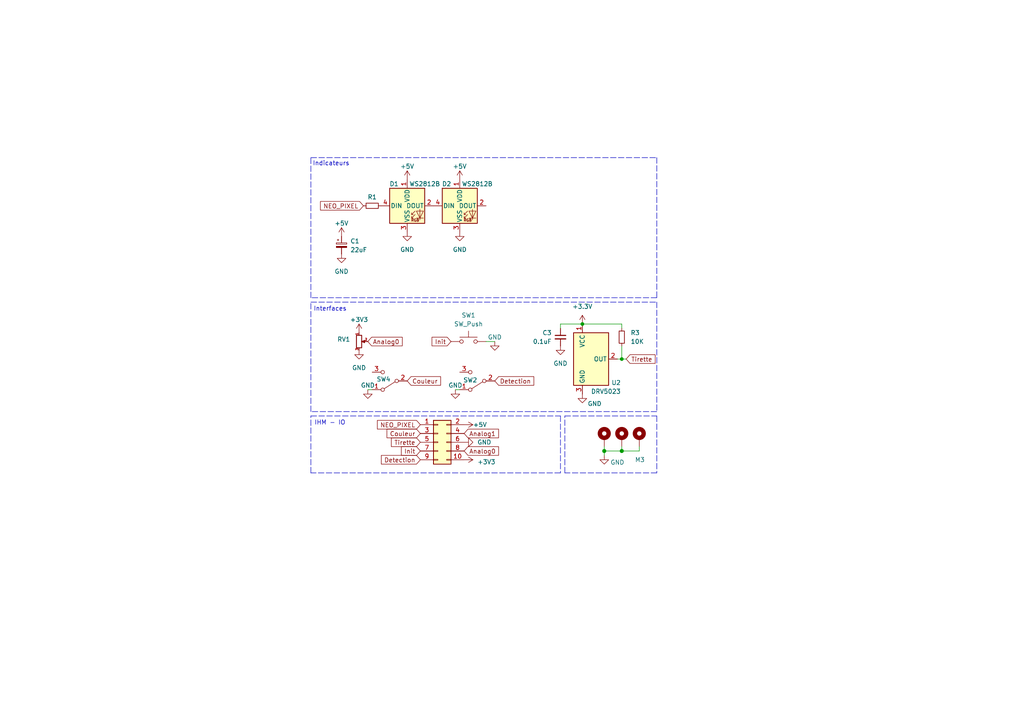
<source format=kicad_sch>
(kicad_sch (version 20231120) (generator "eeschema") (generator_version "8.0")
  (paper "A4")
  (lib_symbols
    (symbol "Connector_Generic:Conn_02x05_Odd_Even" (pin_names (offset 1.016) hide)
      (property "Reference" "J" (at 1.27 7.62 0))
      (property "Value" "Conn_02x05_Odd_Even" (at 1.27 -7.62 0))
      (symbol "Conn_02x05_Odd_Even_1_1"
        (rectangle (start -1.27 -4.953) (end 0 -5.207) (stroke (width 0.1524)))
        (rectangle (start -1.27 -2.413) (end 0 -2.667) (stroke (width 0.1524)))
        (rectangle (start -1.27 0.127) (end 0 -0.127) (stroke (width 0.1524)))
        (rectangle (start -1.27 2.667) (end 0 2.413) (stroke (width 0.1524)))
        (rectangle (start -1.27 5.207) (end 0 4.953) (stroke (width 0.1524)))
        (rectangle (start -1.27 6.35) (end 3.81 -6.35) (stroke (width 0.254)) (fill (type background)))
        (rectangle (start 3.81 -4.953) (end 2.54 -5.207) (stroke (width 0.1524)))
        (rectangle (start 3.81 -2.413) (end 2.54 -2.667) (stroke (width 0.1524)))
        (rectangle (start 3.81 0.127) (end 2.54 -0.127) (stroke (width 0.1524)))
        (rectangle (start 3.81 2.667) (end 2.54 2.413) (stroke (width 0.1524)))
        (rectangle (start 3.81 5.207) (end 2.54 4.953) (stroke (width 0.1524)))
        (pin passive line (at -5.08 5.08 0) (length 3.81) (name "Pin_1") (number "1"))
        (pin passive line (at 7.62 -5.08 180) (length 3.81) (name "Pin_10") (number "10"))
        (pin passive line (at 7.62 5.08 180) (length 3.81) (name "Pin_2") (number "2"))
        (pin passive line (at -5.08 2.54 0) (length 3.81) (name "Pin_3") (number "3"))
        (pin passive line (at 7.62 2.54 180) (length 3.81) (name "Pin_4") (number "4"))
        (pin passive line (at -5.08 0 0) (length 3.81) (name "Pin_5") (number "5"))
        (pin passive line (at 7.62 0 180) (length 3.81) (name "Pin_6") (number "6"))
        (pin passive line (at -5.08 -2.54 0) (length 3.81) (name "Pin_7") (number "7"))
        (pin passive line (at 7.62 -2.54 180) (length 3.81) (name "Pin_8") (number "8"))
        (pin passive line (at -5.08 -5.08 0) (length 3.81) (name "Pin_9") (number "9"))
      )
    )
    (symbol "Device:C_Polarized_Small" (pin_numbers hide) (pin_names (offset 0.254) hide)
      (property "Reference" "C" (at 0.254 1.778 0))
      (property "Value" "C_Polarized_Small" (at 0.254 -2.032 0))
      (symbol "C_Polarized_Small_0_1"
        (rectangle (start -1.524 -0.3048) (end 1.524 -0.6858) (fill (type outline)))
        (rectangle (start -1.524 0.6858) (end 1.524 0.3048))
        (polyline (pts (xy -1.27 1.524) (xy -0.762 1.524)))
        (polyline (pts (xy -1.016 1.27) (xy -1.016 1.778)))
      )
      (symbol "C_Polarized_Small_1_1"
        (pin passive line (at 0 2.54 270) (length 1.8542) (name "~") (number "1"))
        (pin passive line (at 0 -2.54 90) (length 1.8542) (name "~") (number "2"))
      )
    )
    (symbol "Device:C_Small" (pin_numbers hide) (pin_names (offset 0.254) hide)
      (property "Reference" "C" (at 0.254 1.778 0))
      (property "Value" "C_Small" (at 0.254 -2.032 0))
      (symbol "C_Small_0_1"
        (polyline (pts (xy -1.524 -0.508) (xy 1.524 -0.508)) (stroke (width 0.3302)))
        (polyline (pts (xy -1.524 0.508) (xy 1.524 0.508)) (stroke (width 0.3048)))
      )
      (symbol "C_Small_1_1"
        (pin passive line (at 0 2.54 270) (length 2.032) (name "~") (number "1"))
        (pin passive line (at 0 -2.54 90) (length 2.032) (name "~") (number "2"))
      )
    )
    (symbol "Device:R_Potentiometer_Small" (pin_names (offset 1.016) hide)
      (property "Reference" "RV" (at -4.445 0 90))
      (property "Value" "R_Potentiometer_Small" (at -2.54 0 90))
      (symbol "R_Potentiometer_Small_0_1"
        (polyline (pts (xy 0.889 0) (xy 0.635 0) (xy 1.651 0.381) (xy 1.651 -0.381) (xy 0.635 0) (xy 0.889 0)) (fill (type outline)))
        (rectangle (start 0.762 1.8034) (end -0.762 -1.8034) (stroke (width 0.254)))
      )
      (symbol "R_Potentiometer_Small_1_1"
        (pin passive line (at 0 2.54 270) (length 0.635) (name "1") (number "1"))
        (pin passive line (at 2.54 0 180) (length 0.9906) (name "2") (number "2"))
        (pin passive line (at 0 -2.54 90) (length 0.635) (name "3") (number "3"))
      )
    )
    (symbol "Device:R_Small" (pin_numbers hide) (pin_names (offset 0.254) hide)
      (property "Reference" "R" (at 0.762 0.508 0))
      (property "Value" "R_Small" (at 0.762 -1.016 0))
      (symbol "R_Small_0_1"
        (rectangle (start -0.762 1.778) (end 0.762 -1.778) (stroke (width 0.2032)))
      )
      (symbol "R_Small_1_1"
        (pin passive line (at 0 2.54 270) (length 0.762) (name "~") (number "1"))
        (pin passive line (at 0 -2.54 90) (length 0.762) (name "~") (number "2"))
      )
    )
    (symbol "LED:WS2812B" (pin_names (offset 0.254))
      (property "Reference" "D" (at 5.08 5.715 0))
      (property "Value" "WS2812B" (at 1.27 -5.715 0))
      (symbol "WS2812B_0_0"
        (text "RGB" (at 2.286 -4.191 0) (effects (font (size 0.762 0.762))))
      )
      (symbol "WS2812B_0_1"
        (polyline (pts (xy 1.27 -3.556) (xy 1.778 -3.556)))
        (polyline (pts (xy 1.27 -2.54) (xy 1.778 -2.54)))
        (polyline (pts (xy 4.699 -3.556) (xy 2.667 -3.556)))
        (polyline (pts (xy 2.286 -2.54) (xy 1.27 -3.556) (xy 1.27 -3.048)))
        (polyline (pts (xy 2.286 -1.524) (xy 1.27 -2.54) (xy 1.27 -2.032)))
        (polyline (pts (xy 3.683 -1.016) (xy 3.683 -3.556) (xy 3.683 -4.064)))
        (polyline (pts (xy 4.699 -1.524) (xy 2.667 -1.524) (xy 3.683 -3.556) (xy 4.699 -1.524)))
        (rectangle (start 5.08 5.08) (end -5.08 -5.08) (stroke (width 0.254)) (fill (type background)))
      )
      (symbol "WS2812B_1_1"
        (pin power_in line (at 0 7.62 270) (length 2.54) (name "VDD") (number "1"))
        (pin output line (at 7.62 0 180) (length 2.54) (name "DOUT") (number "2"))
        (pin power_in line (at 0 -7.62 90) (length 2.54) (name "VSS") (number "3"))
        (pin input line (at -7.62 0 0) (length 2.54) (name "DIN") (number "4"))
      )
    )
    (symbol "Mechanical:MountingHole_Pad" (pin_numbers hide) (pin_names (offset 1.016) hide)
      (property "Reference" "H" (at 0 6.35 0))
      (property "Value" "MountingHole_Pad" (at 0 4.445 0))
      (symbol "MountingHole_Pad_0_1"
        (circle (center 0 1.27) (radius 1.27) (stroke (width 1.27)))
      )
      (symbol "MountingHole_Pad_1_1"
        (pin input line (at 0 -2.54 90) (length 2.54) (name "1") (number "1"))
      )
    )
    (symbol "Sensor_Magnetic:DRV5033AJxDBZ"
      (property "Reference" "U" (at 2.54 12.7 0))
      (property "Value" "DRV5033AJxDBZ" (at 2.54 10.16 0))
      (symbol "DRV5033AJxDBZ_1_1"
        (rectangle (start -5.08 7.62) (end 5.08 -7.62) (stroke (width 0.254)) (fill (type background)))
        (pin power_in line (at -2.54 10.16 270) (length 2.54) (name "VCC") (number "1"))
        (pin output line (at 7.62 0 180) (length 2.54) (name "OUT") (number "2"))
        (pin power_in line (at -2.54 -10.16 90) (length 2.54) (name "GND") (number "3"))
      )
    )
    (symbol "Switch:SW_Push" (pin_numbers hide) (pin_names (offset 1.016) hide)
      (property "Reference" "SW" (at 1.27 2.54 0))
      (property "Value" "SW_Push" (at 0 -1.524 0))
      (symbol "SW_Push_0_1"
        (circle (center -2.032 0) (radius 0.508))
        (polyline (pts (xy 0 1.27) (xy 0 3.048)))
        (polyline (pts (xy 2.54 1.27) (xy -2.54 1.27)))
        (circle (center 2.032 0) (radius 0.508))
        (pin passive line (at -5.08 0 0) (length 2.54) (name "1") (number "1"))
        (pin passive line (at 5.08 0 180) (length 2.54) (name "2") (number "2"))
      )
    )
    (symbol "Switch:SW_SPDT" (pin_names (offset 0) hide)
      (property "Reference" "SW" (at 0 4.318 0))
      (property "Value" "SW_SPDT" (at 0 -5.08 0))
      (symbol "SW_SPDT_0_0"
        (circle (center -2.032 0) (radius 0.508))
        (circle (center 2.032 -2.54) (radius 0.508))
      )
      (symbol "SW_SPDT_0_1"
        (polyline (pts (xy -1.524 0.254) (xy 1.651 2.286)))
        (circle (center 2.032 2.54) (radius 0.508))
      )
      (symbol "SW_SPDT_1_1"
        (pin passive line (at 5.08 2.54 180) (length 2.54) (name "A") (number "1"))
        (pin passive line (at -5.08 0 0) (length 2.54) (name "B") (number "2"))
        (pin passive line (at 5.08 -2.54 180) (length 2.54) (name "C") (number "3"))
      )
    )
    (symbol "power:+3.3V" (power) (pin_names (offset 0))
      (property "Value" "+3.3V" (at 0 3.556 0))
      (symbol "+3.3V_0_1"
        (polyline (pts (xy -0.762 1.27) (xy 0 2.54)))
        (polyline (pts (xy 0 0) (xy 0 2.54)))
        (polyline (pts (xy 0 2.54) (xy 0.762 1.27)))
      )
      (symbol "+3.3V_1_1"
        (pin power_in line (at 0 0 90) (length 0) hide (name "+3.3V") (number "1"))
      )
    )
    (symbol "power:+3V3" (power) (pin_names (offset 0))
      (property "Value" "+3V3" (at 0 3.556 0))
      (symbol "+3V3_0_1"
        (polyline (pts (xy -0.762 1.27) (xy 0 2.54)))
        (polyline (pts (xy 0 0) (xy 0 2.54)))
        (polyline (pts (xy 0 2.54) (xy 0.762 1.27)))
      )
      (symbol "+3V3_1_1"
        (pin power_in line (at 0 0 90) (length 0) hide (name "+3V3") (number "1"))
      )
    )
    (symbol "power:+5V" (power) (pin_names (offset 0))
      (property "Value" "+5V" (at 0 3.556 0))
      (symbol "+5V_0_1"
        (polyline (pts (xy -0.762 1.27) (xy 0 2.54)))
        (polyline (pts (xy 0 0) (xy 0 2.54)))
        (polyline (pts (xy 0 2.54) (xy 0.762 1.27)))
      )
      (symbol "+5V_1_1"
        (pin power_in line (at 0 0 90) (length 0) hide (name "+5V") (number "1"))
      )
    )
    (symbol "power:GND" (power) (pin_names (offset 0))
      (property "Value" "GND" (at 0 -3.81 0))
      (symbol "GND_0_1"
        (polyline (pts (xy 0 0) (xy 0 -1.27) (xy 1.27 -1.27) (xy 0 -2.54) (xy -1.27 -1.27) (xy 0 -1.27)))
      )
      (symbol "GND_1_1"
        (pin power_in line (at 0 0 270) (length 0) hide (name "GND") (number "1"))
      )
    )
  )
  (junction (at 180.34 104.14))
  (junction (at 180.34 130.81) (diameter 1.016))
  (junction (at 175.26 130.81) (diameter 1.016))
  (junction (at 168.91 93.98))
  (wire (pts (xy 175.26 129.54) (xy 175.26 130.81)))
  (polyline (pts (xy 90.17 45.72) (xy 190.5 45.72)) (stroke (width 0) (type dash)))
  (wire (pts (xy 185.42 130.81) (xy 180.34 130.81)))
  (polyline (pts (xy 90.17 120.65) (xy 162.56 120.65)) (stroke (width 0) (type dash)))
  (polyline (pts (xy 90.17 87.63) (xy 190.5 87.63)) (stroke (width 0) (type dash)))
  (polyline (pts (xy 163.83 137.16) (xy 163.83 120.65)) (stroke (width 0) (type dash)))
  (wire (pts (xy 162.56 93.98) (xy 168.91 93.98)))
  (polyline (pts (xy 163.83 120.65) (xy 190.5 120.65)) (stroke (width 0) (type dash)))
  (polyline (pts (xy 190.5 137.16) (xy 163.83 137.16)) (stroke (width 0) (type dash)))
  (polyline (pts (xy 190.5 87.63) (xy 190.5 119.38)) (stroke (width 0) (type dash)))
  (wire (pts (xy 180.34 100.33) (xy 180.34 104.14)))
  (wire (pts (xy 180.34 95.25) (xy 180.34 93.98)))
  (wire (pts (xy 168.91 93.98) (xy 180.34 93.98)))
  (polyline (pts (xy 190.5 86.36) (xy 90.17 86.36)) (stroke (width 0) (type dash)))
  (wire (pts (xy 180.34 129.54) (xy 180.34 130.81)))
  (wire (pts (xy 175.26 130.81) (xy 180.34 130.81)))
  (wire (pts (xy 106.68 113.03) (xy 107.95 113.03)))
  (polyline (pts (xy 190.5 45.72) (xy 190.5 86.36)) (stroke (width 0) (type dash)))
  (wire (pts (xy 132.08 113.03) (xy 133.35 113.03)))
  (polyline (pts (xy 162.56 120.65) (xy 162.56 137.16)) (stroke (width 0) (type dash)))
  (wire (pts (xy 143.51 99.06) (xy 140.97 99.06)))
  (polyline (pts (xy 90.17 86.36) (xy 90.17 45.72)) (stroke (width 0) (type dash)))
  (wire (pts (xy 162.56 93.98) (xy 162.56 95.25)))
  (polyline (pts (xy 90.17 137.16) (xy 90.17 120.65)) (stroke (width 0) (type dash)))
  (polyline (pts (xy 162.56 137.16) (xy 90.17 137.16)) (stroke (width 0) (type dash)))
  (wire (pts (xy 185.42 129.54) (xy 185.42 130.81)))
  (polyline (pts (xy 190.5 120.65) (xy 190.5 137.16)) (stroke (width 0) (type dash)))
  (wire (pts (xy 180.34 104.14) (xy 179.07 104.14)))
  (wire (pts (xy 181.61 104.14) (xy 180.34 104.14)))
  (polyline (pts (xy 90.17 119.38) (xy 90.17 87.63)) (stroke (width 0) (type dash)))
  (polyline (pts (xy 190.5 119.38) (xy 90.17 119.38)) (stroke (width 0) (type dash)))
  (wire (pts (xy 175.26 130.81) (xy 175.26 132.08)))
  (text "Interfaces" (at 90.932 90.424 0) (effects (font (size 1.27 1.27)) (justify left bottom)))
  (text "IHM - IO" (at 91.186 123.444 0) (effects (font (size 1.27 1.27)) (justify left bottom)))
  (text "Indicateurs" (at 90.678 48.26 0) (effects (font (size 1.27 1.27)) (justify left bottom)))
  (global_label "Init" (shape input) (at 121.92 130.81 180) (property "Intersheetrefs" "${INTERSHEET_REFS}" (effects (hide yes))))
  (global_label "Couleur" (shape input) (at 121.92 125.73 180) (property "Intersheetrefs" "${INTERSHEET_REFS}" (effects (hide yes))))
  (global_label "Analog1" (shape input) (at 134.62 125.73 0) (property "Intersheetrefs" "${INTERSHEET_REFS}" (effects (hide yes))))
  (global_label "Tirette" (shape input) (at 181.61 104.14 0) (property "Intersheetrefs" "${INTERSHEET_REFS}" (effects (hide yes))))
  (global_label "NEO_PIXEL" (shape input) (at 105.41 59.69 180) (property "Intersheetrefs" "${INTERSHEET_REFS}" (effects (hide yes))))
  (global_label "NEO_PIXEL" (shape input) (at 121.92 123.19 180) (property "Intersheetrefs" "${INTERSHEET_REFS}" (effects (hide yes))))
  (global_label "Detection" (shape input) (at 143.51 110.49 0) (property "Intersheetrefs" "${INTERSHEET_REFS}" (effects (hide yes))))
  (global_label "Init" (shape input) (at 130.81 99.06 180) (property "Intersheetrefs" "${INTERSHEET_REFS}" (effects (hide yes))))
  (global_label "Detection" (shape input) (at 121.92 133.35 180) (property "Intersheetrefs" "${INTERSHEET_REFS}" (effects (hide yes))))
  (global_label "Analog0" (shape input) (at 134.62 130.81 0) (property "Intersheetrefs" "${INTERSHEET_REFS}" (effects (hide yes))))
  (global_label "Couleur" (shape input) (at 118.11 110.49 0) (property "Intersheetrefs" "${INTERSHEET_REFS}" (effects (hide yes))))
  (global_label "Analog0" (shape input) (at 106.68 99.06 0) (property "Intersheetrefs" "${INTERSHEET_REFS}" (effects (hide yes))))
  (global_label "Tirette" (shape input) (at 121.92 128.27 180) (property "Intersheetrefs" "${INTERSHEET_REFS}" (effects (hide yes))))
  (symbol (lib_id "Mechanical:MountingHole_Pad") (at 175.26 127 0) (unit 1)
    (property "Reference" "H2" (effects (hide yes)))
    (property "Value" "M3" (effects (hide yes)))
    (property "Footprint" "MountingHole:MountingHole_3.2mm_M3_Pad_Via" (effects (hide yes)))
  )
  (symbol (lib_id "power:+5V") (at 118.11 52.07 0) (unit 1)
    (property "Reference" "#PWR011" (effects (hide yes)))
    (property "Value" "+5V" (at 118.11 48.26 0))
  )
  (symbol (lib_id "Device:R_Small") (at 107.95 59.69 90) (unit 1)
    (property "Reference" "R1" (at 107.95 57.15 90))
    (property "Value" "R_Small" (effects (hide yes)))
    (property "Footprint" "Resistor_SMD:R_1206_3216Metric_Pad1.30x1.75mm_HandSolder" (effects (hide yes)))
  )
  (symbol (lib_id "power:GND") (at 162.56 100.33 0) (unit 1)
    (property "Reference" "#PWR04" (effects (hide yes)))
    (property "Value" "GND" (at 162.56 105.41 0))
  )
  (symbol (lib_id "power:GND") (at 106.68 113.03 0) (unit 1)
    (property "Reference" "#PWR07" (effects (hide yes)))
    (property "Value" "GND" (at 106.68 111.76 0))
  )
  (symbol (lib_id "Device:C_Polarized_Small") (at 99.06 71.12 0) (unit 1)
    (property "Reference" "C1" (at 101.6 69.9389 0) (effects (justify left)))
    (property "Value" "22uF" (at 101.6 72.4789 0) (effects (justify left)))
    (property "Footprint" "Capacitor_SMD:CP_Elec_5x5.4" (effects (hide yes)))
  )
  (symbol (lib_id "power:GND") (at 132.08 113.03 0) (unit 1)
    (property "Reference" "#PWR05" (effects (hide yes)))
    (property "Value" "GND" (at 132.08 111.76 0))
  )
  (symbol (lib_id "power:GND") (at 104.14 101.6 0) (unit 1)
    (property "Reference" "#PWR09" (effects (hide yes)))
    (property "Value" "GND" (at 104.14 106.68 0))
  )
  (symbol (lib_id "power:GND") (at 133.35 67.31 0) (unit 1)
    (property "Reference" "#PWR013" (effects (hide yes)))
    (property "Value" "GND" (at 133.35 72.39 0))
  )
  (symbol (lib_id "power:+3.3V") (at 168.91 93.98 0) (unit 1)
    (property "Reference" "#PWR06" (effects (hide yes)))
    (property "Value" "+3.3V" (at 168.91 88.9 0))
  )
  (symbol (lib_id "Connector_Generic:Conn_02x05_Odd_Even") (at 127 128.27 0) (unit 1)
    (property "Reference" "IHM-IO1" (effects (hide yes)))
    (property "Value" "Conn_02x05_Odd_Even" (effects (hide yes)))
    (property "Footprint" "Connector_IDC:IDC-Header_2x05_P2.54mm_Vertical" (effects (hide yes)))
  )
  (symbol (lib_id "Switch:SW_SPDT") (at 138.43 110.49 180) (unit 1)
    (property "Reference" "SW2" (at 136.398 110.236 0))
    (property "Value" "SW_SPDT" (effects (hide yes)))
    (property "Footprint" "footprints:SK-12D10 1P2T" (effects (hide yes)))
  )
  (symbol (lib_id "Device:R_Potentiometer_Small") (at 104.14 99.06 0) (unit 1)
    (property "Reference" "RV1" (at 101.6 98.425 0) (effects (justify right)))
    (property "Value" "R_Potentiometer_Small" (effects (hide yes)))
    (property "Footprint" "Potentiometer_THT:Potentiometer_Bourns_PTV09A-1_Single_Vertical" (effects (hide yes)))
  )
  (symbol (lib_id "Mechanical:MountingHole_Pad") (at 180.34 127 0) (unit 1)
    (property "Reference" "H3" (effects (hide yes)))
    (property "Value" "M3" (effects (hide yes)))
    (property "Footprint" "MountingHole:MountingHole_3.2mm_M3_Pad_Via" (effects (hide yes)))
  )
  (symbol (lib_id "LED:WS2812B") (at 133.35 59.69 0) (unit 1)
    (property "Reference" "D2" (at 129.54 53.34 0))
    (property "Value" "WS2812B" (at 138.43 53.34 0))
    (property "Footprint" "LED_SMD:LED_WS2812B_PLCC4_5.0x5.0mm_P3.2mm" (effects (hide yes)))
    (property "Datasheet" "https://cdn-shop.adafruit.com/datasheets/WS2812B.pdf" (effects (hide yes)))
  )
  (symbol (lib_id "power:GND") (at 168.91 114.3 0) (unit 1)
    (property "Reference" "#PWR014" (effects (hide yes)))
    (property "Value" "GND" (at 172.466 117.094 0))
  )
  (symbol (lib_id "Mechanical:MountingHole_Pad") (at 185.42 127 0) (unit 1)
    (property "Reference" "H4" (effects (hide yes)))
    (property "Value" "M3" (at 184.15 133.35 0) (effects (justify left)))
    (property "Footprint" "MountingHole:MountingHole_3.2mm_M3_Pad_Via" (effects (hide yes)))
  )
  (symbol (lib_id "Device:R_Small") (at 180.34 97.79 180) (unit 1)
    (property "Reference" "R3" (at 182.88 96.5199 0) (effects (justify right)))
    (property "Value" "10K" (at 182.88 99.0599 0) (effects (justify right)))
    (property "Footprint" "Resistor_SMD:R_1206_3216Metric_Pad1.30x1.75mm_HandSolder" (effects (hide yes)))
  )
  (symbol (lib_id "power:GND") (at 118.11 67.31 0) (unit 1)
    (property "Reference" "#PWR010" (effects (hide yes)))
    (property "Value" "GND" (at 118.11 72.39 0))
  )
  (symbol (lib_id "power:GND") (at 175.26 132.08 0) (unit 1)
    (property "Reference" "#PWR022" (effects (hide yes)))
    (property "Value" "GND" (at 179.07 134.1026 0))
  )
  (symbol (lib_id "power:GND") (at 134.62 128.27 90) (unit 1)
    (property "Reference" "#PWR024" (effects (hide yes)))
    (property "Value" "GND" (at 138.43 128.27 90) (effects (justify right)))
  )
  (symbol (lib_id "Sensor_Magnetic:DRV5033AJxDBZ") (at 171.45 104.14 0) (unit 1)
    (property "Reference" "U2" (at 180.086 110.998 0) (effects (justify right)))
    (property "Value" "DRV5023" (at 180.086 113.538 0) (effects (justify right)))
    (property "Footprint" "Package_TO_SOT_SMD:SOT-23_Handsoldering" (effects (hide yes)))
  )
  (symbol (lib_id "power:+5V") (at 133.35 52.07 0) (unit 1)
    (property "Reference" "#PWR012" (effects (hide yes)))
    (property "Value" "+5V" (at 133.35 48.26 0))
  )
  (symbol (lib_id "LED:WS2812B") (at 118.11 59.69 0) (unit 1)
    (property "Reference" "D1" (at 114.3 53.34 0))
    (property "Value" "WS2812B" (at 123.19 53.34 0))
    (property "Footprint" "LED_SMD:LED_WS2812B_PLCC4_5.0x5.0mm_P3.2mm" (effects (hide yes)))
    (property "Datasheet" "https://cdn-shop.adafruit.com/datasheets/WS2812B.pdf" (effects (hide yes)))
  )
  (symbol (lib_id "power:+3V3") (at 134.62 133.35 270) (unit 1)
    (property "Reference" "#PWR025" (effects (hide yes)))
    (property "Value" "+3V3" (at 138.43 133.985 90) (effects (justify left)))
  )
  (symbol (lib_id "power:+5V") (at 99.06 68.58 0) (unit 1)
    (property "Reference" "#PWR021" (effects (hide yes)))
    (property "Value" "+5V" (at 99.06 64.77 0))
  )
  (symbol (lib_id "power:+3V3") (at 104.14 96.52 0) (unit 1)
    (property "Reference" "#PWR08" (effects (hide yes)))
    (property "Value" "+3V3" (at 104.14 92.71 0))
  )
  (symbol (lib_id "power:GND") (at 143.51 99.06 0) (unit 1)
    (property "Reference" "#PWR01" (effects (hide yes)))
    (property "Value" "GND" (at 143.51 97.79 0))
  )
  (symbol (lib_id "Switch:SW_Push") (at 135.89 99.06 0) (unit 1)
    (property "Reference" "SW1" (at 135.89 91.44 0))
    (property "Value" "SW_Push" (at 135.89 93.98 0))
    (property "Footprint" "PCM_Switch_Keyboard_Cherry_MX:SW_Cherry_MX_PCB_1.00u" (effects (hide yes)))
    (property "Description" "Push button switch, generic, two pins" (effects (hide yes)))
  )
  (symbol (lib_id "power:GND") (at 99.06 73.66 0) (unit 1)
    (property "Reference" "#PWR020" (effects (hide yes)))
    (property "Value" "GND" (at 99.06 78.74 0))
  )
  (symbol (lib_id "Switch:SW_SPDT") (at 113.03 110.49 180) (unit 1)
    (property "Reference" "SW4" (at 111.252 109.982 0))
    (property "Value" "SW_SPDT" (effects (hide yes)))
    (property "Footprint" "footprints:SK-12D10 1P2T" (effects (hide yes)))
  )
  (symbol (lib_id "power:+5V") (at 134.62 123.19 270) (unit 1)
    (property "Reference" "#PWR023" (effects (hide yes)))
    (property "Value" "+5V" (at 137.16 123.19 90) (effects (justify left)))
  )
  (symbol (lib_id "Device:C_Small") (at 162.56 97.79 0) (unit 1)
    (property "Reference" "C3" (at 160.02 96.5262 0) (effects (justify right)))
    (property "Value" "0.1uF" (at 160.02 99.0662 0) (effects (justify right)))
    (property "Footprint" "Capacitor_SMD:C_1206_3216Metric_Pad1.33x1.80mm_HandSolder" (effects (hide yes)))
  )
)
</source>
